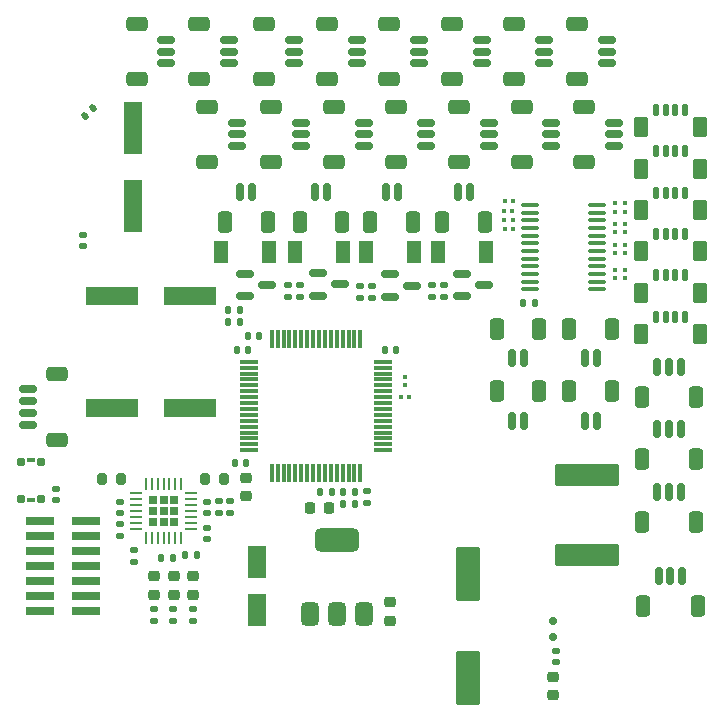
<source format=gbr>
%TF.GenerationSoftware,KiCad,Pcbnew,9.0.7*%
%TF.CreationDate,2026-02-05T13:38:49+01:00*%
%TF.ProjectId,PCB_Aquarium_v2,5043425f-4171-4756-9172-69756d5f7632,rev?*%
%TF.SameCoordinates,Original*%
%TF.FileFunction,Paste,Top*%
%TF.FilePolarity,Positive*%
%FSLAX46Y46*%
G04 Gerber Fmt 4.6, Leading zero omitted, Abs format (unit mm)*
G04 Created by KiCad (PCBNEW 9.0.7) date 2026-02-05 13:38:49*
%MOMM*%
%LPD*%
G01*
G04 APERTURE LIST*
G04 Aperture macros list*
%AMRoundRect*
0 Rectangle with rounded corners*
0 $1 Rounding radius*
0 $2 $3 $4 $5 $6 $7 $8 $9 X,Y pos of 4 corners*
0 Add a 4 corners polygon primitive as box body*
4,1,4,$2,$3,$4,$5,$6,$7,$8,$9,$2,$3,0*
0 Add four circle primitives for the rounded corners*
1,1,$1+$1,$2,$3*
1,1,$1+$1,$4,$5*
1,1,$1+$1,$6,$7*
1,1,$1+$1,$8,$9*
0 Add four rect primitives between the rounded corners*
20,1,$1+$1,$2,$3,$4,$5,0*
20,1,$1+$1,$4,$5,$6,$7,0*
20,1,$1+$1,$6,$7,$8,$9,0*
20,1,$1+$1,$8,$9,$2,$3,0*%
G04 Aperture macros list end*
%ADD10RoundRect,0.079500X0.079500X0.100500X-0.079500X0.100500X-0.079500X-0.100500X0.079500X-0.100500X0*%
%ADD11RoundRect,0.079500X-0.100500X0.079500X-0.100500X-0.079500X0.100500X-0.079500X0.100500X0.079500X0*%
%ADD12RoundRect,0.079500X-0.079500X-0.100500X0.079500X-0.100500X0.079500X0.100500X-0.079500X0.100500X0*%
%ADD13RoundRect,0.079500X0.100500X-0.079500X0.100500X0.079500X-0.100500X0.079500X-0.100500X-0.079500X0*%
%ADD14RoundRect,0.075000X-0.075000X-0.700000X0.075000X-0.700000X0.075000X0.700000X-0.075000X0.700000X0*%
%ADD15RoundRect,0.075000X-0.700000X-0.075000X0.700000X-0.075000X0.700000X0.075000X-0.700000X0.075000X0*%
%ADD16RoundRect,0.062500X-0.062500X-0.475000X0.062500X-0.475000X0.062500X0.475000X-0.062500X0.475000X0*%
%ADD17RoundRect,0.062500X-0.475000X-0.062500X0.475000X-0.062500X0.475000X0.062500X-0.475000X0.062500X0*%
%ADD18RoundRect,0.182500X-0.182500X-0.182500X0.182500X-0.182500X0.182500X0.182500X-0.182500X0.182500X0*%
%ADD19RoundRect,0.075000X0.175000X-0.425000X0.175000X0.425000X-0.175000X0.425000X-0.175000X-0.425000X0*%
%ADD20RoundRect,0.180000X0.420000X-0.670000X0.420000X0.670000X-0.420000X0.670000X-0.420000X-0.670000X0*%
%ADD21RoundRect,0.186000X0.434000X0.759000X-0.434000X0.759000X-0.434000X-0.759000X0.434000X-0.759000X0*%
%ADD22RoundRect,0.140000X0.140000X0.170000X-0.140000X0.170000X-0.140000X-0.170000X0.140000X-0.170000X0*%
%ADD23RoundRect,0.140000X0.170000X-0.140000X0.170000X0.140000X-0.170000X0.140000X-0.170000X-0.140000X0*%
%ADD24RoundRect,0.150000X0.625000X-0.150000X0.625000X0.150000X-0.625000X0.150000X-0.625000X-0.150000X0*%
%ADD25RoundRect,0.250000X0.650000X-0.350000X0.650000X0.350000X-0.650000X0.350000X-0.650000X-0.350000X0*%
%ADD26RoundRect,0.135000X0.135000X0.185000X-0.135000X0.185000X-0.135000X-0.185000X0.135000X-0.185000X0*%
%ADD27RoundRect,0.135000X-0.185000X0.135000X-0.185000X-0.135000X0.185000X-0.135000X0.185000X0.135000X0*%
%ADD28R,1.600000X4.500000*%
%ADD29RoundRect,0.250001X0.799999X-2.049999X0.799999X2.049999X-0.799999X2.049999X-0.799999X-2.049999X0*%
%ADD30RoundRect,0.150000X-0.150000X-0.625000X0.150000X-0.625000X0.150000X0.625000X-0.150000X0.625000X0*%
%ADD31RoundRect,0.250000X-0.350000X-0.650000X0.350000X-0.650000X0.350000X0.650000X-0.350000X0.650000X0*%
%ADD32R,4.500000X1.600000*%
%ADD33RoundRect,0.218750X-0.256250X0.218750X-0.256250X-0.218750X0.256250X-0.218750X0.256250X0.218750X0*%
%ADD34RoundRect,0.135000X-0.135000X-0.185000X0.135000X-0.185000X0.135000X0.185000X-0.135000X0.185000X0*%
%ADD35RoundRect,0.200000X-0.200000X-0.275000X0.200000X-0.275000X0.200000X0.275000X-0.200000X0.275000X0*%
%ADD36RoundRect,0.090000X-0.210000X0.235000X-0.210000X-0.235000X0.210000X-0.235000X0.210000X0.235000X0*%
%ADD37RoundRect,0.052500X-0.297500X0.122500X-0.297500X-0.122500X0.297500X-0.122500X0.297500X0.122500X0*%
%ADD38RoundRect,0.150000X0.200000X-0.150000X0.200000X0.150000X-0.200000X0.150000X-0.200000X-0.150000X0*%
%ADD39RoundRect,0.218750X-0.218750X-0.256250X0.218750X-0.256250X0.218750X0.256250X-0.218750X0.256250X0*%
%ADD40RoundRect,0.140000X-0.140000X-0.170000X0.140000X-0.170000X0.140000X0.170000X-0.140000X0.170000X0*%
%ADD41RoundRect,0.150000X0.150000X0.625000X-0.150000X0.625000X-0.150000X-0.625000X0.150000X-0.625000X0*%
%ADD42RoundRect,0.250000X0.350000X0.650000X-0.350000X0.650000X-0.350000X-0.650000X0.350000X-0.650000X0*%
%ADD43RoundRect,0.135000X0.185000X-0.135000X0.185000X0.135000X-0.185000X0.135000X-0.185000X-0.135000X0*%
%ADD44RoundRect,0.375000X0.375000X-0.625000X0.375000X0.625000X-0.375000X0.625000X-0.375000X-0.625000X0*%
%ADD45RoundRect,0.500000X1.400000X-0.500000X1.400000X0.500000X-1.400000X0.500000X-1.400000X-0.500000X0*%
%ADD46RoundRect,0.150000X-0.587500X-0.150000X0.587500X-0.150000X0.587500X0.150000X-0.587500X0.150000X0*%
%ADD47RoundRect,0.140000X-0.170000X0.140000X-0.170000X-0.140000X0.170000X-0.140000X0.170000X0.140000X0*%
%ADD48RoundRect,0.250000X-0.550000X1.137500X-0.550000X-1.137500X0.550000X-1.137500X0.550000X1.137500X0*%
%ADD49RoundRect,0.250000X2.475000X-0.712500X2.475000X0.712500X-2.475000X0.712500X-2.475000X-0.712500X0*%
%ADD50RoundRect,0.200000X0.200000X0.275000X-0.200000X0.275000X-0.200000X-0.275000X0.200000X-0.275000X0*%
%ADD51RoundRect,0.140000X0.021213X-0.219203X0.219203X-0.021213X-0.021213X0.219203X-0.219203X0.021213X0*%
%ADD52RoundRect,0.100000X0.637500X0.100000X-0.637500X0.100000X-0.637500X-0.100000X0.637500X-0.100000X0*%
%ADD53R,2.400000X0.740000*%
%ADD54RoundRect,0.225000X-0.250000X0.225000X-0.250000X-0.225000X0.250000X-0.225000X0.250000X0.225000X0*%
%ADD55RoundRect,0.225000X0.250000X-0.225000X0.250000X0.225000X-0.250000X0.225000X-0.250000X-0.225000X0*%
%ADD56RoundRect,0.150000X-0.625000X0.150000X-0.625000X-0.150000X0.625000X-0.150000X0.625000X0.150000X0*%
%ADD57RoundRect,0.250000X-0.650000X0.350000X-0.650000X-0.350000X0.650000X-0.350000X0.650000X0.350000X0*%
G04 APERTURE END LIST*
D10*
%TO.C,R101*%
X183155000Y-93200000D03*
X183845000Y-93200000D03*
%TD*%
D11*
%TO.C,R102*%
X183500000Y-92245000D03*
X183500000Y-91555000D03*
%TD*%
D12*
%TO.C,R602*%
X192632500Y-78250000D03*
X191942500Y-78250000D03*
%TD*%
D13*
%TO.C,R603*%
X201350000Y-82505000D03*
X201350000Y-83195000D03*
%TD*%
D11*
%TO.C,R604*%
X202150000Y-81045000D03*
X202150000Y-80355000D03*
%TD*%
%TO.C,R605*%
X202150000Y-79295000D03*
X202150000Y-78605000D03*
%TD*%
%TO.C,R606*%
X202150000Y-77545000D03*
X202150000Y-76855000D03*
%TD*%
D12*
%TO.C,R607*%
X192645000Y-76650000D03*
X191955000Y-76650000D03*
%TD*%
%TO.C,R608*%
X192645000Y-79050000D03*
X191955000Y-79050000D03*
%TD*%
D13*
%TO.C,R609*%
X202150000Y-82505000D03*
X202150000Y-83195000D03*
%TD*%
D11*
%TO.C,R610*%
X201350000Y-81045000D03*
X201350000Y-80355000D03*
%TD*%
%TO.C,R611*%
X201350000Y-79295000D03*
X201350000Y-78605000D03*
%TD*%
%TO.C,R612*%
X201350000Y-77545000D03*
X201350000Y-76855000D03*
%TD*%
D12*
%TO.C,R613*%
X192595000Y-77450000D03*
X191905000Y-77450000D03*
%TD*%
D14*
%TO.C,U101*%
X172250000Y-88325000D03*
X172750000Y-88325000D03*
X173250000Y-88325000D03*
X173750000Y-88325000D03*
X174250000Y-88325000D03*
X174750000Y-88325000D03*
X175250000Y-88325000D03*
X175750000Y-88325000D03*
X176250000Y-88325000D03*
X176750000Y-88325000D03*
X177250000Y-88325000D03*
X177750000Y-88325000D03*
X178250000Y-88325000D03*
X178750000Y-88325000D03*
X179250000Y-88325000D03*
X179750000Y-88325000D03*
D15*
X181675000Y-90250000D03*
X181675000Y-90750000D03*
X181675000Y-91250000D03*
X181675000Y-91750000D03*
X181675000Y-92250000D03*
X181675000Y-92750000D03*
X181675000Y-93250000D03*
X181675000Y-93750000D03*
X181675000Y-94250000D03*
X181675000Y-94750000D03*
X181675000Y-95250000D03*
X181675000Y-95750000D03*
X181675000Y-96250000D03*
X181675000Y-96750000D03*
X181675000Y-97250000D03*
X181675000Y-97750000D03*
D14*
X179750000Y-99675000D03*
X179250000Y-99675000D03*
X178750000Y-99675000D03*
X178250000Y-99675000D03*
X177750000Y-99675000D03*
X177250000Y-99675000D03*
X176750000Y-99675000D03*
X176250000Y-99675000D03*
X175750000Y-99675000D03*
X175250000Y-99675000D03*
X174750000Y-99675000D03*
X174250000Y-99675000D03*
X173750000Y-99675000D03*
X173250000Y-99675000D03*
X172750000Y-99675000D03*
X172250000Y-99675000D03*
D15*
X170325000Y-97750000D03*
X170325000Y-97250000D03*
X170325000Y-96750000D03*
X170325000Y-96250000D03*
X170325000Y-95750000D03*
X170325000Y-95250000D03*
X170325000Y-94750000D03*
X170325000Y-94250000D03*
X170325000Y-93750000D03*
X170325000Y-93250000D03*
X170325000Y-92750000D03*
X170325000Y-92250000D03*
X170325000Y-91750000D03*
X170325000Y-91250000D03*
X170325000Y-90750000D03*
X170325000Y-90250000D03*
%TD*%
D16*
%TO.C,U801*%
X161587500Y-100587500D03*
X162087500Y-100587500D03*
X162587500Y-100587500D03*
X163087500Y-100587500D03*
X163587500Y-100587500D03*
X164087500Y-100587500D03*
X164587500Y-100587500D03*
D17*
X165400000Y-101400000D03*
X165400000Y-101900000D03*
X165400000Y-102400000D03*
X165400000Y-102900000D03*
X165400000Y-103400000D03*
X165400000Y-103900000D03*
X165400000Y-104400000D03*
D16*
X164587500Y-105212500D03*
X164087500Y-105212500D03*
X163587500Y-105212500D03*
X163087500Y-105212500D03*
X162587500Y-105212500D03*
X162087500Y-105212500D03*
X161587500Y-105212500D03*
D17*
X160775000Y-104400000D03*
X160775000Y-103900000D03*
X160775000Y-103400000D03*
X160775000Y-102900000D03*
X160775000Y-102400000D03*
X160775000Y-101900000D03*
X160775000Y-101400000D03*
D18*
X163987500Y-103800000D03*
X163987500Y-102900000D03*
X163987500Y-102000000D03*
X163087500Y-103800000D03*
X163087500Y-102900000D03*
X163087500Y-102000000D03*
X162187500Y-103800000D03*
X162187500Y-102900000D03*
X162187500Y-102000000D03*
%TD*%
D19*
%TO.C,J605*%
X204800000Y-79450000D03*
X205600000Y-79450000D03*
X206400000Y-79450000D03*
X207200000Y-79450000D03*
D20*
X203500001Y-80900000D03*
X208499999Y-80900000D03*
%TD*%
D21*
%TO.C,D702*%
X184318605Y-81000000D03*
X180238606Y-81000000D03*
%TD*%
D22*
%TO.C,C111*%
X170080000Y-98800000D03*
X169120000Y-98800000D03*
%TD*%
D23*
%TO.C,C107*%
X154000000Y-101980000D03*
X154000000Y-101020000D03*
%TD*%
D24*
%TO.C,J904*%
X190625000Y-72000000D03*
X190624999Y-71000000D03*
X190625000Y-70000000D03*
D25*
X188099999Y-73300000D03*
X188099999Y-68700000D03*
%TD*%
D22*
%TO.C,C108*%
X177330000Y-101300000D03*
X176370000Y-101300000D03*
%TD*%
D26*
%TO.C,R801*%
X165909999Y-106600000D03*
X164890001Y-106600000D03*
%TD*%
D27*
%TO.C,R702*%
X186800000Y-83790001D03*
X186800000Y-84809999D03*
%TD*%
%TO.C,R708*%
X174600000Y-83790001D03*
X174600000Y-84809999D03*
%TD*%
D28*
%TO.C,C810*%
X160500000Y-70450001D03*
X160500000Y-77049999D03*
%TD*%
D29*
%TO.C,C303*%
X188900000Y-117000000D03*
X188900000Y-108200000D03*
%TD*%
D30*
%TO.C,J203*%
X192600000Y-89975000D03*
X193600000Y-89975000D03*
D31*
X191300000Y-87450000D03*
X194900000Y-87450000D03*
%TD*%
D32*
%TO.C,C805*%
X158700000Y-94200000D03*
X165300000Y-94200000D03*
%TD*%
D27*
%TO.C,R704*%
X180700000Y-83835714D03*
X180700000Y-84855712D03*
%TD*%
%TO.C,R803*%
X167750000Y-102070001D03*
X167750000Y-103089999D03*
%TD*%
D33*
%TO.C,D303*%
X162300000Y-108412499D03*
X162300000Y-109987501D03*
%TD*%
D24*
%TO.C,J901*%
X174125000Y-65000000D03*
X174124999Y-64000000D03*
X174125000Y-63000000D03*
D25*
X171599999Y-66300000D03*
X171599999Y-61700000D03*
%TD*%
D34*
%TO.C,R804*%
X162840000Y-106850000D03*
X163860000Y-106850000D03*
%TD*%
D35*
%TO.C,R805*%
X166575000Y-100200000D03*
X168225000Y-100200000D03*
%TD*%
D36*
%TO.C,SW101*%
X152700000Y-98700000D03*
X152700000Y-101849999D03*
X150999999Y-98700000D03*
X151000000Y-101850000D03*
D37*
X151850000Y-98550000D03*
X151850000Y-102000000D03*
%TD*%
D24*
%TO.C,J910*%
X200625000Y-65000000D03*
X200624999Y-64000000D03*
X200625000Y-63000000D03*
D25*
X198099999Y-66300000D03*
X198099999Y-61700000D03*
%TD*%
D38*
%TO.C,D101*%
X196100000Y-112200000D03*
X196100000Y-113600000D03*
%TD*%
D19*
%TO.C,J602*%
X204800000Y-75950000D03*
X205600000Y-75950000D03*
X206400000Y-75950000D03*
X207200000Y-75950000D03*
D20*
X203500001Y-77400000D03*
X208499999Y-77400000D03*
%TD*%
D21*
%TO.C,D703*%
X172046175Y-80975198D03*
X167966176Y-80975198D03*
%TD*%
D39*
%TO.C,L101*%
X175512499Y-102600000D03*
X177087501Y-102600000D03*
%TD*%
D40*
%TO.C,C105*%
X181820000Y-89250000D03*
X182780000Y-89250000D03*
%TD*%
D22*
%TO.C,C113*%
X179280000Y-102300000D03*
X178320000Y-102300000D03*
%TD*%
D24*
%TO.C,J905*%
X174725000Y-72000000D03*
X174724999Y-71000000D03*
X174725000Y-70000000D03*
D25*
X172199999Y-73300000D03*
X172199999Y-68700000D03*
%TD*%
D41*
%TO.C,J403*%
X206900000Y-90675000D03*
X205900000Y-90675001D03*
X204900000Y-90675000D03*
D42*
X208200000Y-93200001D03*
X203600000Y-93200001D03*
%TD*%
D27*
%TO.C,R703*%
X179699999Y-83835714D03*
X179699999Y-84855712D03*
%TD*%
D41*
%TO.C,J101*%
X207000000Y-108375000D03*
X206000000Y-108375001D03*
X205000000Y-108375000D03*
D42*
X208300000Y-110900001D03*
X203700000Y-110900001D03*
%TD*%
D43*
%TO.C,R303*%
X162300000Y-112209999D03*
X162300000Y-111190001D03*
%TD*%
D44*
%TO.C,U302*%
X175450000Y-111650000D03*
X177750000Y-111649999D03*
D45*
X177750000Y-105350001D03*
D44*
X180050000Y-111650000D03*
%TD*%
D24*
%TO.C,J909*%
X185325000Y-72000000D03*
X185324999Y-71000000D03*
X185325000Y-70000000D03*
D25*
X182799999Y-73300000D03*
X182799999Y-68700000D03*
%TD*%
D23*
%TO.C,C802*%
X166750000Y-103060000D03*
X166750000Y-102100000D03*
%TD*%
D24*
%TO.C,J908*%
X180025000Y-72000000D03*
X180024999Y-71000000D03*
X180025000Y-70000000D03*
D25*
X177499999Y-73300000D03*
X177499999Y-68700000D03*
%TD*%
D30*
%TO.C,J201*%
X198750000Y-89975000D03*
X199750000Y-89975000D03*
D31*
X197450000Y-87450000D03*
X201050000Y-87450000D03*
%TD*%
D30*
%TO.C,J202*%
X198750000Y-95275000D03*
X199750000Y-95275000D03*
D31*
X197450000Y-92750000D03*
X201050000Y-92750000D03*
%TD*%
D46*
%TO.C,Q704*%
X176162500Y-82750000D03*
X176162500Y-84650000D03*
X178037501Y-83700000D03*
%TD*%
D47*
%TO.C,C103*%
X156300000Y-79520000D03*
X156300000Y-80480000D03*
%TD*%
D34*
%TO.C,R601*%
X193527501Y-85250000D03*
X194547499Y-85250000D03*
%TD*%
D24*
%TO.C,J911*%
X195325000Y-65000000D03*
X195324999Y-64000000D03*
X195325000Y-63000000D03*
D25*
X192799999Y-66300000D03*
X192799999Y-61700000D03*
%TD*%
D46*
%TO.C,Q702*%
X182281105Y-82850000D03*
X182281105Y-84750000D03*
X184156106Y-83800000D03*
%TD*%
D48*
%TO.C,C302*%
X171000000Y-107187500D03*
X171000000Y-111312500D03*
%TD*%
D49*
%TO.C,F101*%
X198900000Y-106587500D03*
X198900000Y-99812500D03*
%TD*%
D19*
%TO.C,J603*%
X204800000Y-82950000D03*
X205600000Y-82950000D03*
X206400000Y-82950000D03*
X207200000Y-82950000D03*
D20*
X203500001Y-84400000D03*
X208499999Y-84400000D03*
%TD*%
D50*
%TO.C,R806*%
X159525000Y-100200000D03*
X157875000Y-100200000D03*
%TD*%
D24*
%TO.C,J802*%
X168625000Y-65000000D03*
X168624999Y-64000000D03*
X168625000Y-63000000D03*
D25*
X166099999Y-66300000D03*
X166099999Y-61700000D03*
%TD*%
D21*
%TO.C,D701*%
X190400000Y-80962296D03*
X186320001Y-80962296D03*
%TD*%
D41*
%TO.C,J402*%
X206900000Y-101275000D03*
X205900000Y-101275001D03*
X204900000Y-101275000D03*
D42*
X208200000Y-103800001D03*
X203600000Y-103800001D03*
%TD*%
D40*
%TO.C,C112*%
X178320000Y-101300000D03*
X179280000Y-101300000D03*
%TD*%
D24*
%TO.C,J902*%
X179425000Y-65000000D03*
X179424999Y-64000000D03*
X179425000Y-63000000D03*
D25*
X176899999Y-66300000D03*
X176899999Y-61700000D03*
%TD*%
D47*
%TO.C,C110*%
X180300000Y-101220000D03*
X180300000Y-102180000D03*
%TD*%
D51*
%TO.C,C811*%
X156460589Y-69439411D03*
X157139411Y-68760589D03*
%TD*%
D23*
%TO.C,C801*%
X166800000Y-105280000D03*
X166800000Y-104320000D03*
%TD*%
D52*
%TO.C,U601*%
X199812500Y-84125000D03*
X199812500Y-83475000D03*
X199812500Y-82825000D03*
X199812500Y-82175000D03*
X199812500Y-81525000D03*
X199812500Y-80875000D03*
X199812500Y-80225000D03*
X199812500Y-79575000D03*
X199812500Y-78925000D03*
X199812500Y-78275000D03*
X199812500Y-77625000D03*
X199812500Y-76975000D03*
X194087500Y-76975000D03*
X194087500Y-77625000D03*
X194087500Y-78275000D03*
X194087500Y-78925000D03*
X194087500Y-79575000D03*
X194087500Y-80225000D03*
X194087500Y-80875000D03*
X194087500Y-81525000D03*
X194087500Y-82175000D03*
X194087500Y-82825000D03*
X194087500Y-83475000D03*
X194087500Y-84125000D03*
%TD*%
D22*
%TO.C,C109*%
X170230000Y-89300000D03*
X169270000Y-89300000D03*
%TD*%
D47*
%TO.C,C114*%
X196300000Y-114720000D03*
X196300000Y-115680000D03*
%TD*%
D30*
%TO.C,J204*%
X192600000Y-95265000D03*
X193600000Y-95265000D03*
D31*
X191300000Y-92740000D03*
X194900000Y-92740000D03*
%TD*%
D41*
%TO.C,J702*%
X182900000Y-75875000D03*
X181900000Y-75875000D03*
D42*
X184200000Y-78400000D03*
X180600000Y-78400000D03*
%TD*%
D53*
%TO.C,J105*%
X156500000Y-111360000D03*
X152600000Y-111360000D03*
X156500000Y-110090000D03*
X152600000Y-110090000D03*
X156500000Y-108820000D03*
X152600000Y-108820000D03*
X156500000Y-107550000D03*
X152600000Y-107550000D03*
X156500000Y-106280000D03*
X152600000Y-106280000D03*
X156500000Y-105010000D03*
X152600000Y-105010000D03*
X156500000Y-103740000D03*
X152600000Y-103740000D03*
%TD*%
D32*
%TO.C,C102*%
X158700001Y-84700000D03*
X165299999Y-84700000D03*
%TD*%
D19*
%TO.C,J604*%
X204800000Y-68950001D03*
X205600000Y-68950001D03*
X206400000Y-68950001D03*
X207200000Y-68950001D03*
D20*
X203500001Y-70400001D03*
X208499999Y-70400001D03*
%TD*%
D24*
%TO.C,J903*%
X184725000Y-65000000D03*
X184724999Y-64000000D03*
X184725000Y-63000000D03*
D25*
X182199999Y-66300000D03*
X182199999Y-61700000D03*
%TD*%
D21*
%TO.C,D704*%
X178300000Y-81000000D03*
X174220001Y-81000000D03*
%TD*%
D47*
%TO.C,C803*%
X159400000Y-102120000D03*
X159400000Y-103080000D03*
%TD*%
D41*
%TO.C,J704*%
X176900000Y-75875000D03*
X175900000Y-75875000D03*
D42*
X178200000Y-78400000D03*
X174600000Y-78400000D03*
%TD*%
D27*
%TO.C,R701*%
X185800001Y-83790002D03*
X185800001Y-84810000D03*
%TD*%
D24*
%TO.C,J907*%
X195925000Y-72000000D03*
X195924999Y-71000000D03*
X195925000Y-70000000D03*
D25*
X193399999Y-73300000D03*
X193399999Y-68700000D03*
%TD*%
D23*
%TO.C,C804*%
X159400000Y-104980000D03*
X159400000Y-104020000D03*
%TD*%
D24*
%TO.C,J906*%
X201225000Y-72000000D03*
X201224999Y-71000000D03*
X201225000Y-70000000D03*
D25*
X198699999Y-73300000D03*
X198699999Y-68700000D03*
%TD*%
D26*
%TO.C,R705*%
X169559999Y-86850000D03*
X168540001Y-86850000D03*
%TD*%
D24*
%TO.C,J803*%
X169325000Y-72000000D03*
X169324999Y-71000000D03*
X169325000Y-70000000D03*
D25*
X166799999Y-73300000D03*
X166799999Y-68700000D03*
%TD*%
D24*
%TO.C,J801*%
X163325000Y-65000000D03*
X163324999Y-64000000D03*
X163325000Y-63000000D03*
D25*
X160799999Y-66300000D03*
X160799999Y-61700000D03*
%TD*%
D19*
%TO.C,J601*%
X204800000Y-86450000D03*
X205600000Y-86450000D03*
X206400000Y-86450000D03*
X207200000Y-86450000D03*
D20*
X203500001Y-87900000D03*
X208499999Y-87900000D03*
%TD*%
D41*
%TO.C,J701*%
X189000000Y-75875000D03*
X188000000Y-75875000D03*
D42*
X190300000Y-78400000D03*
X186700000Y-78400000D03*
%TD*%
D41*
%TO.C,J401*%
X206900000Y-95975000D03*
X205900000Y-95975001D03*
X204900000Y-95975000D03*
D42*
X208200000Y-98500001D03*
X203600000Y-98500001D03*
%TD*%
D26*
%TO.C,R706*%
X169559999Y-85850000D03*
X168540001Y-85850000D03*
%TD*%
D19*
%TO.C,J606*%
X204800000Y-72450000D03*
X205600000Y-72450000D03*
X206400000Y-72450000D03*
X207200000Y-72450000D03*
D20*
X203500001Y-73900000D03*
X208499999Y-73900000D03*
%TD*%
D54*
%TO.C,C104*%
X170050000Y-100075000D03*
X170050000Y-101625000D03*
%TD*%
D55*
%TO.C,C301*%
X182300000Y-112175000D03*
X182300000Y-110625000D03*
%TD*%
D43*
%TO.C,R301*%
X165599999Y-112209999D03*
X165599999Y-111190001D03*
%TD*%
D47*
%TO.C,C806*%
X160600000Y-106220000D03*
X160600000Y-107180000D03*
%TD*%
D33*
%TO.C,D302*%
X163948140Y-108416875D03*
X163948140Y-109991877D03*
%TD*%
D24*
%TO.C,J912*%
X190025000Y-65000000D03*
X190024999Y-64000000D03*
X190025000Y-63000000D03*
D25*
X187499999Y-66300000D03*
X187499999Y-61700000D03*
%TD*%
D27*
%TO.C,R707*%
X173599999Y-83790001D03*
X173599999Y-84809999D03*
%TD*%
D33*
%TO.C,D301*%
X165599999Y-108412499D03*
X165599999Y-109987501D03*
%TD*%
D22*
%TO.C,C106*%
X171180000Y-88100000D03*
X170220000Y-88100000D03*
%TD*%
D43*
%TO.C,R302*%
X163900000Y-112209999D03*
X163900000Y-111190001D03*
%TD*%
D56*
%TO.C,J804*%
X151575000Y-92600000D03*
X151575000Y-93600000D03*
X151575000Y-94600000D03*
X151575000Y-95600000D03*
D57*
X154100000Y-91300000D03*
X154100000Y-96900000D03*
%TD*%
D54*
%TO.C,C115*%
X196100000Y-116925000D03*
X196100000Y-118475000D03*
%TD*%
D41*
%TO.C,J703*%
X170600000Y-75875000D03*
X169600000Y-75875000D03*
D42*
X171900000Y-78400000D03*
X168300000Y-78400000D03*
%TD*%
D46*
%TO.C,Q703*%
X170008675Y-82825198D03*
X170008675Y-84725198D03*
X171883676Y-83775198D03*
%TD*%
D27*
%TO.C,R802*%
X168750000Y-102070001D03*
X168750000Y-103089999D03*
%TD*%
D46*
%TO.C,Q701*%
X188353607Y-82812296D03*
X188353607Y-84712296D03*
X190228608Y-83762296D03*
%TD*%
M02*

</source>
